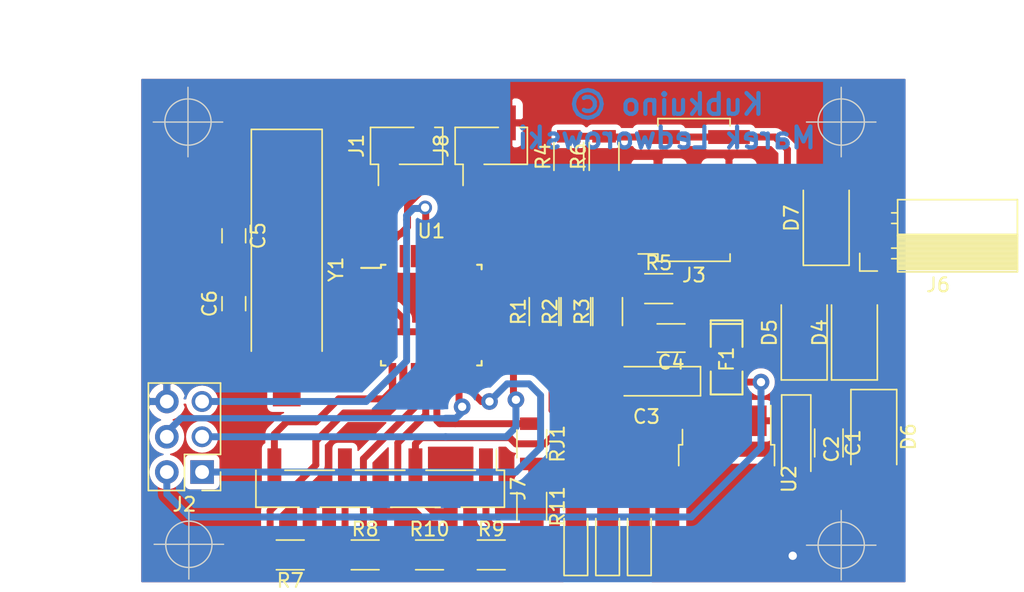
<source format=kicad_pcb>
(kicad_pcb (version 20170922) (host pcbnew "(2017-11-09 revision 87d06e526)-makepkg")
  (title_block (title Kubkuino) (rev 1.00) (company "Marek Ledworowski"))
  (layers (0 F.Cu signal) (31 B.Cu signal) (34 B.Paste user) (35 F.Paste user) (36 B.SilkS user) (37 F.SilkS user) (38 B.Mask user) (39 F.Mask user) (44 Edge.Cuts user))
  (net 0 "")
  (net 1 "Net-(C1-Pad1)")
  (net 2 GND)
  (net 3 5V)
  (net 4 xtal1)
  (net 5 xtal2)
  (net 6 "Net-(D1-Pad2)")
  (net 7 "Net-(D2-Pad2)")
  (net 8 "Net-(J1-Pad1)")
  (net 9 Reset)
  (net 10 SDA)
  (net 11 SCL)
  (net 12 Button)
  (net 13 Btx)
  (net 14 Brx)
  (net 15 "Net-(R1-Pad2)")
  (net 16 "Net-(R2-Pad2)")
  (net 17 "Net-(R3-Pad2)")
  (net 18 "Net-(D3-Pad2)")
  (net 19 "Net-(D4-Pad2)")
  (net 20 "Net-(D5-Pad2)")
  (net 21 "Net-(J2-Pad1)")
  (net 22 BtConn)
  (net 23 "Net-(J2-Pad4)")
  (net 24 "Net-(J2-Pad3)")
  (net 25 BTkey)
  (net 26 "Net-(J7-Pad5)")
  (net 27 BTen)
  (net 28 "Net-(J7-Pad6)")
  (net 29 "Net-(J7-Pad1)")
  (net 30 "Net-(R10-Pad2)")
  (net 31 "Net-(R11-Pad1)")
  (net 32 5V_unfused)
  (net 33 "Net-(J6-Pad2)")
  (net 34 "Net-(J6-Pad1)")
  (net 35 "Net-(U1-Pad14)")
  (module Diodes_SMD:D_SMA (layer F.Cu) (at 99.06 31.115 90)
    (fp_text reference D7 (at 0 -2.5 90) (layer F.SilkS))
    (fp_text value 1N4007)
    (pad 1 smd rect (at -2 0 90) (size 2 1.8) (layers F.Cu F.Paste F.Mask) (net 20 "Net-(D5-Pad2)"))
    (pad 2 smd rect (at 2 0 90) (size 2 1.8) (layers F.Cu F.Paste F.Mask) (net 2 GND))
  )
  (module Capacitors_SMD:C_1206 (layer F.Cu) (at 99.2505 47.3075 270)
    (fp_text reference C1 (at 0 -1.75 270) (layer F.SilkS))
    (fp_text value 100nF)
    (pad 1 smd rect (at -1.5 0 270) (size 1 1.6) (layers F.Cu F.Paste F.Mask) (net 1 "Net-(C1-Pad1)"))
    (pad 2 smd rect (at 1.5 0 270) (size 1 1.6) (layers F.Cu F.Paste F.Mask) (net 2 GND))
  )
  (module Capacitors_Tantalum_SMD:CP_Tantalum_Case-A_EIA-3216-18_Hand (layer F.Cu) (at 96.901 47.752 270)
    (fp_text reference C2 (at 0 -2.55 270) (layer F.SilkS))
    (fp_text value 1uF)
    (pad 1 smd rect (at -2 0 270) (size 2.5 1.5) (layers F.Cu F.Paste F.Mask) (net 1 "Net-(C1-Pad1)"))
    (pad 2 smd rect (at 2 0 270) (size 2.5 1.5) (layers F.Cu F.Paste F.Mask) (net 2 GND))
  )
  (module Capacitors_Tantalum_SMD:CP_Tantalum_Case-A_EIA-3216-18_Hand (layer F.Cu) (at 86.106 42.8625 180)
    (fp_text reference C3 (at 0 -2.55 180) (layer F.SilkS))
    (fp_text value 1uF)
    (pad 1 smd rect (at -2 0 180) (size 3.2 1.5) (layers F.Cu F.Paste F.Mask) (net 32 5V_unfused))
    (pad 2 smd rect (at 2 0 180) (size 3.2 1.5) (layers F.Cu F.Paste F.Mask) (net 2 GND))
  )
  (module Capacitors_SMD:C_1206 (layer F.Cu) (at 87.884 39.751 180)
    (fp_text reference C4 (at 0 -1.75 180) (layer F.SilkS))
    (fp_text value 100nF)
    (pad 1 smd rect (at -1.5 0 180) (size 1 1.6) (layers F.Cu F.Paste F.Mask) (net 32 5V_unfused))
    (pad 2 smd rect (at 1.5 0 180) (size 1 1.6) (layers F.Cu F.Paste F.Mask) (net 2 GND))
  )
  (module Capacitors_SMD:C_0805_HandSoldering (layer F.Cu) (at 56.388 32.385 270)
    (fp_text reference C5 (at 0 -1.75 270) (layer F.SilkS))
    (fp_text value 22pF)
    (pad 1 smd rect (at -1.25 0 270) (size 1.5 1.25) (layers F.Cu F.Paste F.Mask) (net 4 xtal1))
    (pad 2 smd rect (at 1.25 0 270) (size 1.5 1.25) (layers F.Cu F.Paste F.Mask) (net 2 GND))
  )
  (module Capacitors_SMD:C_0805_HandSoldering (layer F.Cu) (at 56.388 37.2745 90)
    (fp_text reference C6 (at 0 -1.75 90) (layer F.SilkS))
    (fp_text value 22pF)
    (pad 1 smd rect (at -1.25 0 90) (size 1.5 1.25) (layers F.Cu F.Paste F.Mask) (net 5 xtal2))
    (pad 2 smd rect (at 1.25 0 90) (size 1.5 1.25) (layers F.Cu F.Paste F.Mask) (net 2 GND))
  )
  (module Diodes_SMD:D_SMA (layer F.Cu) (at 101.092 39.37 90)
    (fp_text reference D4 (at 0 -2.5 90) (layer F.SilkS))
    (fp_text value 1N4007)
    (pad 1 smd rect (at -2 0 90) (size 2 1.8) (layers F.Cu F.Paste F.Mask) (net 1 "Net-(C1-Pad1)"))
    (pad 2 smd rect (at 2 0 90) (size 2 1.8) (layers F.Cu F.Paste F.Mask) (net 19 "Net-(D4-Pad2)"))
  )
  (module Diodes_SMD:D_SMA (layer F.Cu) (at 97.4725 39.37 90)
    (fp_text reference D5 (at 0 -2.5 90) (layer F.SilkS))
    (fp_text value 1N4007)
    (pad 1 smd rect (at -2 0 90) (size 2 1.8) (layers F.Cu F.Paste F.Mask) (net 1 "Net-(C1-Pad1)"))
    (pad 2 smd rect (at 2 0 90) (size 2 1.8) (layers F.Cu F.Paste F.Mask) (net 20 "Net-(D5-Pad2)"))
  )
  (module Diodes_SMD:D_SMA (layer F.Cu) (at 102.489 46.863 270)
    (fp_text reference D6 (at 0 -2.5 270) (layer F.SilkS))
    (fp_text value 1N4007)
    (pad 1 smd rect (at -2 0 270) (size 2 1.8) (layers F.Cu F.Paste F.Mask) (net 19 "Net-(D4-Pad2)"))
    (pad 2 smd rect (at 2 0 270) (size 2 1.8) (layers F.Cu F.Paste F.Mask) (net 2 GND))
  )
  (module LEDs:LED_1206 (layer F.Cu) (at 81.026 54.356 90)
    (fp_text reference D1)
    (fp_text value LED_R)
    (pad 2 smd rect (at 1.65 0 270) (size 1.5 1.5) (layers F.Cu F.Paste F.Mask) (net 6 "Net-(D1-Pad2)"))
    (pad 1 smd rect (at -1.65 0 270) (size 1.5 1.5) (layers F.Cu F.Paste F.Mask) (net 2 GND))
  )
  (module LEDs:LED_1206 (layer F.Cu) (at 83.312 54.356 90)
    (fp_text reference D2)
    (fp_text value LED_G)
    (pad 2 smd rect (at 1.65 0 270) (size 1.5 1.5) (layers F.Cu F.Paste F.Mask) (net 7 "Net-(D2-Pad2)"))
    (pad 1 smd rect (at -1.65 0 270) (size 1.5 1.5) (layers F.Cu F.Paste F.Mask) (net 2 GND))
  )
  (module LEDs:LED_1206 (layer F.Cu) (at 85.598 54.356 90)
    (fp_text reference D3)
    (fp_text value LED_B)
    (pad 2 smd rect (at 1.65 0 270) (size 1.5 1.5) (layers F.Cu F.Paste F.Mask) (net 18 "Net-(D3-Pad2)"))
    (pad 1 smd rect (at -1.65 0 270) (size 1.5 1.5) (layers F.Cu F.Paste F.Mask) (net 2 GND))
  )
  (module Pin_Headers:Pin_Header_Straight_1x02_Pitch2.54mm_SMD_Pin1Left (layer F.Cu) (at 68.834 25.908 90)
    (fp_text reference J1 (at 0 -3.6 90) (layer F.SilkS))
    (fp_text value Piezo)
    (pad 1 smd rect (at -1.655 -1.27 90) (size 2.51 1) (layers F.Cu F.Paste F.Mask) (net 8 "Net-(J1-Pad1)"))
    (pad 2 smd rect (at 1.655 1.27 90) (size 2.51 1) (layers F.Cu F.Paste F.Mask) (net 2 GND))
  )
  (module Pin_Headers:Pin_Header_Straight_1x02_Pitch2.54mm_SMD_Pin1Left (layer F.Cu) (at 74.93 25.908 90)
    (fp_text reference J8 (at 0 -3.6 90) (layer F.SilkS))
    (fp_text value Button)
    (pad 1 smd rect (at -1.655 -1.27 90) (size 2.51 1) (layers F.Cu F.Paste F.Mask) (net 12 Button))
    (pad 2 smd rect (at 1.655 1.27 90) (size 2.51 1) (layers F.Cu F.Paste F.Mask) (net 2 GND))
  )
  (module Resistors_SMD:R_1206 (layer F.Cu) (at 78.74 37.846 90)
    (fp_text reference R1 (at 0 -1.85 90) (layer F.SilkS))
    (fp_text value 220)
    (pad 1 smd rect (at -1.45 0 90) (size 0.9 1.7) (layers F.Cu F.Paste F.Mask) (net 6 "Net-(D1-Pad2)"))
    (pad 2 smd rect (at 1.45 0 90) (size 0.9 1.7) (layers F.Cu F.Paste F.Mask) (net 15 "Net-(R1-Pad2)"))
  )
  (module Resistors_SMD:R_1206 (layer F.Cu) (at 81.026 37.846 90)
    (fp_text reference R2 (at 0 -1.85 90) (layer F.SilkS))
    (fp_text value 220)
    (pad 1 smd rect (at -1.45 0 90) (size 0.9 1.7) (layers F.Cu F.Paste F.Mask) (net 7 "Net-(D2-Pad2)"))
    (pad 2 smd rect (at 1.45 0 90) (size 0.9 1.7) (layers F.Cu F.Paste F.Mask) (net 16 "Net-(R2-Pad2)"))
  )
  (module Resistors_SMD:R_1206 (layer F.Cu) (at 83.312 37.846 90)
    (fp_text reference R3 (at 0 -1.85 90) (layer F.SilkS))
    (fp_text value 220)
    (pad 1 smd rect (at -1.45 0 90) (size 0.9 1.7) (layers F.Cu F.Paste F.Mask) (net 18 "Net-(D3-Pad2)"))
    (pad 2 smd rect (at 1.45 0 90) (size 0.9 1.7) (layers F.Cu F.Paste F.Mask) (net 17 "Net-(R3-Pad2)"))
  )
  (module Resistors_SMD:R_1206 (layer F.Cu) (at 80.518 26.67 90)
    (fp_text reference R4 (at 0 -1.85 90) (layer F.SilkS))
    (fp_text value 1k)
    (pad 1 smd rect (at -1.45 0 90) (size 0.9 1.7) (layers F.Cu F.Paste F.Mask) (net 12 Button))
    (pad 2 smd rect (at 1.45 0 90) (size 0.9 1.7) (layers F.Cu F.Paste F.Mask) (net 3 5V))
  )
  (module Resistors_SMD:R_1206 (layer F.Cu) (at 86.995 36.195)
    (fp_text reference R5 (at 0 -1.85) (layer F.SilkS))
    (fp_text value 4k7)
    (pad 1 smd rect (at -1.45 0) (size 0.9 1.7) (layers F.Cu F.Paste F.Mask) (net 10 SDA))
    (pad 2 smd rect (at 1.45 0) (size 0.9 1.7) (layers F.Cu F.Paste F.Mask) (net 3 5V))
  )
  (module Resistors_SMD:R_1206 (layer F.Cu) (at 83.058 26.67 90)
    (fp_text reference R6 (at 0 -1.85 90) (layer F.SilkS))
    (fp_text value 4k7)
    (pad 1 smd rect (at -1.45 0 90) (size 0.9 1.7) (layers F.Cu F.Paste F.Mask) (net 11 SCL))
    (pad 2 smd rect (at 1.45 0 90) (size 0.9 1.7) (layers F.Cu F.Paste F.Mask) (net 3 5V))
  )
  (module Housings_QFP:TQFP-32_7x7mm_Pitch0.8mm (layer F.Cu) (at 70.612 38.1)
    (fp_text reference U1 (at 0 -6.05) (layer F.SilkS))
    (fp_text value ATMEGA328P-AU)
    (pad 1 smd rect (at -4.25 -2.8) (size 1.6 0.55) (layers F.Cu F.Paste F.Mask) (net 8 "Net-(J1-Pad1)"))
    (pad 2 smd rect (at -4.25 -2) (size 1.6 0.55) (layers F.Cu F.Paste F.Mask))
    (pad 3 smd rect (at -4.25 -1.2) (size 1.6 0.55) (layers F.Cu F.Paste F.Mask) (net 2 GND))
    (pad 4 smd rect (at -4.25 -0.4) (size 1.6 0.55) (layers F.Cu F.Paste F.Mask) (net 3 5V))
    (pad 5 smd rect (at -4.25 0.4) (size 1.6 0.55) (layers F.Cu F.Paste F.Mask) (net 2 GND))
    (pad 6 smd rect (at -4.25 1.2) (size 1.6 0.55) (layers F.Cu F.Paste F.Mask) (net 3 5V))
    (pad 7 smd rect (at -4.25 2) (size 1.6 0.55) (layers F.Cu F.Paste F.Mask) (net 4 xtal1))
    (pad 8 smd rect (at -4.25 2.8) (size 1.6 0.55) (layers F.Cu F.Paste F.Mask) (net 5 xtal2))
    (pad 9 smd rect (at -2.8 4.25 90) (size 1.6 0.55) (layers F.Cu F.Paste F.Mask) (net 22 BtConn))
    (pad 10 smd rect (at -2 4.25 90) (size 1.6 0.55) (layers F.Cu F.Paste F.Mask) (net 14 Brx))
    (pad 11 smd rect (at -1.2 4.25 90) (size 1.6 0.55) (layers F.Cu F.Paste F.Mask) (net 13 Btx))
    (pad 12 smd rect (at -0.4 4.25 90) (size 1.6 0.55) (layers F.Cu F.Paste F.Mask) (net 27 BTen))
    (pad 13 smd rect (at 0.4 4.25 90) (size 1.6 0.55) (layers F.Cu F.Paste F.Mask) (net 25 BTkey))
    (pad 14 smd rect (at 1.2 4.25 90) (size 1.6 0.55) (layers F.Cu F.Paste F.Mask) (net 35 "Net-(U1-Pad14)"))
    (pad 15 smd rect (at 2 4.25 90) (size 1.6 0.55) (layers F.Cu F.Paste F.Mask) (net 23 "Net-(J2-Pad4)"))
    (pad 16 smd rect (at 2.8 4.25 90) (size 1.6 0.55) (layers F.Cu F.Paste F.Mask) (net 21 "Net-(J2-Pad1)"))
    (pad 17 smd rect (at 4.25 2.8) (size 1.6 0.55) (layers F.Cu F.Paste F.Mask) (net 24 "Net-(J2-Pad3)"))
    (pad 18 smd rect (at 4.25 2) (size 1.6 0.55) (layers F.Cu F.Paste F.Mask) (net 3 5V))
    (pad 19 smd rect (at 4.25 1.2) (size 1.6 0.55) (layers F.Cu F.Paste F.Mask))
    (pad 20 smd rect (at 4.25 0.4) (size 1.6 0.55) (layers F.Cu F.Paste F.Mask))
    (pad 21 smd rect (at 4.25 -0.4) (size 1.6 0.55) (layers F.Cu F.Paste F.Mask) (net 2 GND))
    (pad 22 smd rect (at 4.25 -1.2) (size 1.6 0.55) (layers F.Cu F.Paste F.Mask))
    (pad 23 smd rect (at 4.25 -2) (size 1.6 0.55) (layers F.Cu F.Paste F.Mask))
    (pad 24 smd rect (at 4.25 -2.8) (size 1.6 0.55) (layers F.Cu F.Paste F.Mask) (net 15 "Net-(R1-Pad2)"))
    (pad 25 smd rect (at 2.8 -4.25 90) (size 1.6 0.55) (layers F.Cu F.Paste F.Mask) (net 16 "Net-(R2-Pad2)"))
    (pad 26 smd rect (at 2 -4.25 90) (size 1.6 0.55) (layers F.Cu F.Paste F.Mask) (net 17 "Net-(R3-Pad2)"))
    (pad 27 smd rect (at 1.2 -4.25 90) (size 1.6 0.55) (layers F.Cu F.Paste F.Mask) (net 10 SDA))
    (pad 28 smd rect (at 0.4 -4.25 90) (size 1.6 0.55) (layers F.Cu F.Paste F.Mask) (net 11 SCL))
    (pad 29 smd rect (at -0.4 -4.25 90) (size 1.6 0.55) (layers F.Cu F.Paste F.Mask) (net 9 Reset))
    (pad 30 smd rect (at -1.2 -4.25 90) (size 1.6 0.55) (layers F.Cu F.Paste F.Mask))
    (pad 31 smd rect (at -2 -4.25 90) (size 1.6 0.55) (layers F.Cu F.Paste F.Mask))
    (pad 32 smd rect (at -2.8 -4.25 90) (size 1.6 0.55) (layers F.Cu F.Paste F.Mask) (net 12 Button))
  )
  (module Crystals:Crystal_SMD_HC49-SD_HandSoldering (layer F.Cu) (at 60.198 34.798 270)
    (fp_text reference Y1 (at 0 -3.55 270) (layer F.SilkS))
    (fp_text value Crystal)
    (pad 1 smd rect (at -5.9375 0 270) (size 7.875 2) (layers F.Cu F.Paste F.Mask) (net 4 xtal1))
    (pad 2 smd rect (at 5.9375 0 270) (size 7.875 2) (layers F.Cu F.Paste F.Mask) (net 5 xtal2))
  )
  (module Socket_Strips:Socket_Strip_Angled_1x02_Pitch2.54mm (layer F.Cu) (at 102.743 33.655 180)
    (fp_text reference J6 (at -4.38 -2.27 180) (layer F.SilkS))
    (fp_text value "AC/DC In (12V)")
    (pad 2 smd rect (at 0 2.54 180) (size 2.5 1.7) (layers F.Cu F.Paste F.Mask) (net 33 "Net-(J6-Pad2)"))
    (pad 1 smd rect (at 0 0 180) (size 2.5 1.7) (layers F.Cu F.Paste F.Mask) (net 34 "Net-(J6-Pad1)"))
  )
  (module SMD_Packages:SMD-1206_Pol (layer F.Cu) (at 91.8845 41.275 270)
    (fp_text reference F1 (at 0 0 270) (layer F.SilkS))
    (fp_text value "500mA 6V")
    (pad 2 smd rect (at 1.651 0 270) (size 1.524 2.032) (layers F.Cu F.Paste F.Mask) (net 32 5V_unfused))
    (pad 1 smd rect (at -1.651 0 270) (size 1.524 2.032) (layers F.Cu F.Paste F.Mask) (net 3 5V))
  )
  (module Socket_Strips:Socket_Strip_Straight_2x04_Pitch2.54mm_SMD (layer F.Cu) (at 89.535 29.083 180)
    (fp_text reference J3 (at 0 -6.14 180) (layer F.SilkS))
    (fp_text value I2C)
    (pad 8 smd rect (at -2.52 3.81 180) (size 3 1) (layers F.Cu F.Paste F.Mask) (net 3 5V))
    (pad 7 smd rect (at 2.52 3.81 180) (size 3 1) (layers F.Cu F.Paste F.Mask) (net 3 5V))
    (pad 6 smd rect (at -2.52 1.27 180) (size 3 1) (layers F.Cu F.Paste F.Mask) (net 2 GND))
    (pad 5 smd rect (at 2.52 1.27 180) (size 3 1) (layers F.Cu F.Paste F.Mask) (net 2 GND))
    (pad 4 smd rect (at -2.52 -1.27 180) (size 3 1) (layers F.Cu F.Paste F.Mask) (net 11 SCL))
    (pad 3 smd rect (at 2.52 -1.27 180) (size 3 1) (layers F.Cu F.Paste F.Mask) (net 11 SCL))
    (pad 2 smd rect (at -2.52 -3.81 180) (size 3 1) (layers F.Cu F.Paste F.Mask) (net 10 SDA))
    (pad 1 smd rect (at 2.52 -3.81 180) (size 3 1) (layers F.Cu F.Paste F.Mask) (net 10 SDA))
  )
  (module TO_SOT_Packages_SMD:TO-252-2 (layer F.Cu) (at 91.8845 49.911 270)
    (fp_text reference U2 (at 0 -4.5 270) (layer F.SilkS))
    (fp_text value LM7805_TO220)
    (pad 2 smd rect (at 0.425 1.525 270) (size 3.05 2.75) (layers F.Cu F.Paste) (net 2 GND))
    (pad 2 smd rect (at 3.775 -1.525 270) (size 3.05 2.75) (layers F.Cu F.Paste) (net 2 GND))
    (pad 2 smd rect (at 0.425 -1.525 270) (size 3.05 2.75) (layers F.Cu F.Paste) (net 2 GND))
    (pad 2 smd rect (at 3.775 1.525 270) (size 3.05 2.75) (layers F.Cu F.Paste) (net 2 GND))
    (pad 2 smd rect (at 2.1 0 270) (size 6.4 5.8) (layers F.Cu F.Mask) (net 2 GND))
    (pad 3 smd rect (at -4.2 2.28 270) (size 2.2 1.2) (layers F.Cu F.Paste F.Mask) (net 32 5V_unfused))
    (pad 1 smd rect (at -4.2 -2.28 270) (size 2.2 1.2) (layers F.Cu F.Paste F.Mask) (net 1 "Net-(C1-Pad1)"))
  )
  (module Pin_Headers:Pin_Header_Straight_2x03_Pitch2.54mm (layer F.Cu) (at 54.102 49.403 180)
    (fp_text reference J2 (at 1.27 -2.33 180) (layer F.SilkS))
    (fp_text value ICSP)
    (pad 6 thru_hole oval (at 2.54 5.08 180) (size 1.7 1.7) (drill 1) (layers *.Cu *.Mask) (net 2 GND))
    (pad 5 thru_hole oval (at 0 5.08 180) (size 1.5 1.5) (drill 1) (layers *.Cu *.Mask) (net 9 Reset))
    (pad 4 thru_hole oval (at 2.54 2.54 180) (size 1.7 1.7) (drill 1) (layers *.Cu *.Mask) (net 23 "Net-(J2-Pad4)"))
    (pad 3 thru_hole oval (at 0 2.54 180) (size 1.5 1.5) (drill 1) (layers *.Cu *.Mask) (net 24 "Net-(J2-Pad3)"))
    (pad 2 thru_hole oval (at 2.54 0 180) (size 1.7 1.7) (drill 1) (layers *.Cu *.Mask) (net 32 5V_unfused))
    (pad 1 thru_hole rect (at 0 0 180) (size 1.7 1.7) (drill 1) (layers *.Cu *.Mask) (net 21 "Net-(J2-Pad1)"))
  )
  (module Pin_Headers:Pin_Header_Straight_1x07_Pitch2.54mm_SMD_Pin1Left (layer F.Cu) (at 66.929 50.6095 270)
    (fp_text reference J7 (at 0 -9.95 270) (layer F.SilkS))
    (fp_text value Bluetooth)
    (pad 6 smd rect (at 1.655 5.08 270) (size 2.51 1) (layers F.Cu F.Paste F.Mask) (net 28 "Net-(J7-Pad6)"))
    (pad 4 smd rect (at 1.655 0 270) (size 2.51 1) (layers F.Cu F.Paste F.Mask) (net 2 GND))
    (pad 2 smd rect (at 1.655 -5.08 270) (size 2.51 1) (layers F.Cu F.Paste F.Mask) (net 27 BTen))
    (pad 7 smd rect (at -1.655 7.62 270) (size 2.51 1) (layers F.Cu F.Paste F.Mask) (net 22 BtConn))
    (pad 5 smd rect (at -1.655 2.54 270) (size 2.51 1) (layers F.Cu F.Paste F.Mask) (net 26 "Net-(J7-Pad5)"))
    (pad 3 smd rect (at -1.655 -2.54 270) (size 2.51 1) (layers F.Cu F.Paste F.Mask) (net 3 5V))
    (pad 1 smd rect (at -1.655 -7.62 270) (size 2.51 1) (layers F.Cu F.Paste F.Mask) (net 29 "Net-(J7-Pad1)"))
  )
  (module Resistors_SMD:R_1206 (layer F.Cu) (at 60.452 55.372 180)
    (fp_text reference R7 (at 0 -1.85 180) (layer F.SilkS))
    (fp_text value 4k7)
    (pad 1 smd rect (at -1.45 0 180) (size 0.9 1.7) (layers F.Cu F.Paste F.Mask) (net 28 "Net-(J7-Pad6)"))
    (pad 2 smd rect (at 1.45 0 180) (size 0.9 1.7) (layers F.Cu F.Paste F.Mask) (net 14 Brx))
  )
  (module Resistors_SMD:R_1206 (layer F.Cu) (at 65.8495 55.372)
    (fp_text reference R8 (at 0 -1.85) (layer F.SilkS))
    (fp_text value 4k7)
    (pad 2 smd rect (at 1.45 0) (size 0.9 1.7) (layers F.Cu F.Paste F.Mask) (net 13 Btx))
    (pad 1 smd rect (at -1.45 0) (size 0.9 1.7) (layers F.Cu F.Paste F.Mask) (net 26 "Net-(J7-Pad5)"))
  )
  (module Resistors_SMD:R_1206 (layer F.Cu) (at 74.93 55.372)
    (fp_text reference R9 (at 0 -1.85) (layer F.SilkS))
    (fp_text value 4k7)
    (pad 1 smd rect (at -1.45 0) (size 0.9 1.7) (layers F.Cu F.Paste F.Mask) (net 30 "Net-(R10-Pad2)"))
    (pad 2 smd rect (at 1.45 0) (size 0.9 1.7) (layers F.Cu F.Paste F.Mask) (net 29 "Net-(J7-Pad1)"))
  )
  (module Resistors_SMD:R_1206 (layer F.Cu) (at 70.485 55.372)
    (fp_text reference R10 (at 0 -1.85) (layer F.SilkS))
    (fp_text value 4k7)
    (pad 2 smd rect (at 1.45 0) (size 0.9 1.7) (layers F.Cu F.Paste F.Mask) (net 30 "Net-(R10-Pad2)"))
    (pad 1 smd rect (at -1.45 0) (size 0.9 1.7) (layers F.Cu F.Paste F.Mask) (net 2 GND))
  )
  (module Resistors_SMD:R_1206 (layer F.Cu) (at 77.851 51.8795 270)
    (fp_text reference R11 (at 0 -1.85 270) (layer F.SilkS))
    (fp_text value 4k7)
    (pad 2 smd rect (at 1.45 0 270) (size 0.9 1.7) (layers F.Cu F.Paste F.Mask) (net 29 "Net-(J7-Pad1)"))
    (pad 1 smd rect (at -1.45 0 270) (size 0.9 1.7) (layers F.Cu F.Paste F.Mask) (net 31 "Net-(R11-Pad1)"))
  )
  (module Resistors_SMD:R_1206 (layer F.Cu) (at 77.851 47.371 270)
    (fp_text reference RJ1 (at 0 -1.85 270) (layer F.SilkS))
    (fp_text value 0)
    (pad 2 smd rect (at 1.45 0 270) (size 0.9 1.7) (layers F.Cu F.Paste F.Mask) (net 31 "Net-(R11-Pad1)"))
    (pad 1 smd rect (at -1.45 0 270) (size 0.9 1.7) (layers F.Cu F.Paste F.Mask) (net 25 BTkey))
  )
  (target plus (at 100.1395 24.1935) (size 5) (width 0.1) (layer Edge.Cuts))
  (target plus (at 100.1395 54.6735) (size 5) (width 0.1) (layer Edge.Cuts))
  (target plus (at 53.1495 54.61) (size 5) (width 0.1) (layer Edge.Cuts))
  (target plus (at 53.086 24.1935) (size 5) (width 0.1) (layer Edge.Cuts))
  (gr_text "Kubkuino ©\nMarek Ledworowski" (at 87.5665 24.13) (layer B.Cu) (effects (font (size 1.5 1.5) (thickness 0.3)) (justify mirror)))
  (segment (start 97.4725 41.37) (end 101.092 41.37) (width 0.5) (layer F.Cu) (net 1))
  (segment (start 97.4725 41.37) (end 97.4725 45.1805) (width 0.5) (layer F.Cu) (net 1))
  (segment (start 97.4725 45.1805) (end 96.901 45.752) (width 0.5) (layer F.Cu) (net 1))
  (segment (start 96.901 41.751) (end 97.282 41.37) (width 0.5) (layer F.Cu) (net 1))
  (segment (start 99.2505 45.8075) (end 96.9565 45.8075) (width 0.5) (layer F.Cu) (net 1))
  (segment (start 96.9565 45.8075) (end 96.901 45.752) (width 0.5) (layer F.Cu) (net 1))
  (segment (start 94.1645 45.711) (end 96.86 45.711) (width 0.5) (layer F.Cu) (net 1))
  (segment (start 96.86 45.711) (end 96.901 45.752) (width 0.5) (layer F.Cu) (net 1))
  (segment (start 84.106 42.8625) (end 84.106 40.8112) (width 0.5) (layer F.Cu) (net 2))
  (segment (start 85.1662 39.751) (end 86.384 39.751) (width 0.5) (layer F.Cu) (net 2))
  (segment (start 84.106 40.8112) (end 85.1662 39.751) (width 0.5) (layer F.Cu) (net 2))
  (segment (start 91.439 56.006) (end 96.0765 56.006) (width 0.5) (layer F.Cu) (net 2))
  (via (at 96.647 55.4355) (size 1.2) (drill 0.6) (layers F.Cu B.Cu) (net 2))
  (segment (start 96.0765 56.006) (end 96.647 55.4355) (width 0.5) (layer F.Cu) (net 2))
  (segment (start 91.8845 52.011) (end 97.1595 52.011) (width 0.5) (layer F.Cu) (net 2))
  (segment (start 96.901 51.7525) (end 96.901 49.752) (width 0.5) (layer F.Cu) (net 2))
  (segment (start 97.1595 52.011) (end 96.901 51.7525) (width 0.5) (layer F.Cu) (net 2))
  (segment (start 102.489 48.863) (end 99.306 48.863) (width 0.5) (layer F.Cu) (net 2))
  (segment (start 99.306 48.863) (end 99.2505 48.8075) (width 0.5) (layer F.Cu) (net 2))
  (segment (start 96.901 49.752) (end 97.2505 49.752) (width 0.5) (layer F.Cu) (net 2))
  (segment (start 97.2505 49.752) (end 98.195 48.8075) (width 0.5) (layer F.Cu) (net 2))
  (segment (start 98.195 48.8075) (end 99.2505 48.8075) (width 0.5) (layer F.Cu) (net 2))
  (segment (start 84.106 42.958) (end 87.249 46.101) (width 0.5) (layer F.Cu) (net 2))
  (segment (start 87.249 46.101) (end 87.249 49.9745) (width 0.5) (layer F.Cu) (net 2))
  (segment (start 87.249 49.9745) (end 87.6105 50.336) (width 0.5) (layer F.Cu) (net 2))
  (segment (start 87.6105 50.336) (end 90.3595 50.336) (width 0.5) (layer F.Cu) (net 2))
  (segment (start 91.439 52.4565) (end 91.439 56.006) (width 0.5) (layer F.Cu) (net 2))
  (segment (start 91.439 56.006) (end 85.598 56.006) (width 0.5) (layer F.Cu) (net 2))
  (segment (start 91.439 52.4565) (end 91.8845 52.011) (width 0.5) (layer F.Cu) (net 2))
  (segment (start 66.929 52.2645) (end 68.1395 52.2645) (width 0.5) (layer F.Cu) (net 2))
  (segment (start 69.035 53.16) (end 69.035 55.372) (width 0.5) (layer F.Cu) (net 2))
  (segment (start 68.1395 52.2645) (end 69.035 53.16) (width 0.5) (layer F.Cu) (net 2))
  (segment (start 56.388 33.635) (end 56.388 36.0245) (width 0.5) (layer F.Cu) (net 2))
  (segment (start 85.598 56.006) (end 83.312 56.006) (width 0.5) (layer F.Cu) (net 2))
  (segment (start 81.026 56.006) (end 83.312 56.006) (width 0.5) (layer F.Cu) (net 2))
  (segment (start 76.2 24.253) (end 77.593 24.253) (width 0.5) (layer F.Cu) (net 2))
  (segment (start 86.868 26.8605) (end 86.868 27.666) (width 0.5) (layer F.Cu) (net 2))
  (segment (start 86.6775 26.67) (end 86.868 26.8605) (width 0.5) (layer F.Cu) (net 2))
  (segment (start 78.9305 26.67) (end 86.6775 26.67) (width 0.5) (layer F.Cu) (net 2))
  (segment (start 78.232 25.9715) (end 78.9305 26.67) (width 0.5) (layer F.Cu) (net 2))
  (segment (start 78.232 24.892) (end 78.232 25.9715) (width 0.5) (layer F.Cu) (net 2))
  (segment (start 77.593 24.253) (end 78.232 24.892) (width 0.5) (layer F.Cu) (net 2))
  (segment (start 86.868 27.666) (end 87.015 27.813) (width 0.5) (layer F.Cu) (net 2))
  (segment (start 70.104 24.253) (end 76.2 24.253) (width 0.5) (layer F.Cu) (net 2))
  (segment (start 92.055 27.813) (end 87.015 27.813) (width 0.5) (layer F.Cu) (net 2))
  (segment (start 66.362 36.9) (end 70.301 36.9) (width 0.5) (layer F.Cu) (net 2))
  (segment (start 71.101 37.7) (end 74.862 37.7) (width 0.5) (layer F.Cu) (net 2))
  (segment (start 70.301 36.9) (end 71.101 37.7) (width 0.5) (layer F.Cu) (net 2))
  (segment (start 66.362 38.5) (end 65.297 38.5) (width 0.5) (layer F.Cu) (net 2))
  (segment (start 65.081 36.9) (end 66.362 36.9) (width 0.5) (layer F.Cu) (net 2))
  (segment (start 64.643 37.338) (end 65.081 36.9) (width 0.5) (layer F.Cu) (net 2))
  (segment (start 64.643 37.846) (end 64.643 37.338) (width 0.5) (layer F.Cu) (net 2))
  (segment (start 65.297 38.5) (end 64.643 37.846) (width 0.5) (layer F.Cu) (net 2))
  (segment (start 69.469 48.9545) (end 69.469 47.371) (width 0.5) (layer F.Cu) (net 3))
  (segment (start 78.0735 41.2115) (end 76.962 40.1) (width 0.5) (layer F.Cu) (net 3))
  (segment (start 78.8035 41.2115) (end 78.0735 41.2115) (width 0.5) (layer F.Cu) (net 3))
  (segment (start 79.3115 41.7195) (end 78.8035 41.2115) (width 0.5) (layer F.Cu) (net 3))
  (segment (start 79.3115 44.958) (end 79.3115 41.7195) (width 0.5) (layer F.Cu) (net 3))
  (segment (start 79.502 45.1485) (end 79.3115 44.958) (width 0.5) (layer F.Cu) (net 3))
  (segment (start 79.502 46.6725) (end 79.502 45.1485) (width 0.5) (layer F.Cu) (net 3))
  (segment (start 78.8035 47.371) (end 79.502 46.6725) (width 0.5) (layer F.Cu) (net 3))
  (segment (start 76.708 47.371) (end 78.8035 47.371) (width 0.5) (layer F.Cu) (net 3))
  (segment (start 76.2635 46.9265) (end 76.708 47.371) (width 0.5) (layer F.Cu) (net 3))
  (segment (start 69.9135 46.9265) (end 76.2635 46.9265) (width 0.5) (layer F.Cu) (net 3))
  (segment (start 69.469 47.371) (end 69.9135 46.9265) (width 0.5) (layer F.Cu) (net 3))
  (segment (start 69.469 48.9545) (end 69.469 48.4505) (width 0.5) (layer F.Cu) (net 3))
  (segment (start 88.445 36.195) (end 88.445 37.846) (width 0.5) (layer F.Cu) (net 3))
  (segment (start 88.4555 37.719) (end 88.4555 37.846) (width 0.5) (layer F.Cu) (net 3))
  (segment (start 88.4555 37.8355) (end 88.4555 37.719) (width 0.5) (layer F.Cu) (net 3))
  (segment (start 88.445 37.846) (end 88.4555 37.8355) (width 0.5) (layer F.Cu) (net 3))
  (segment (start 91.8845 39.624) (end 91.8845 37.846) (width 0.5) (layer F.Cu) (net 3))
  (segment (start 91.8845 37.846) (end 91.8845 38.0365) (width 0.5) (layer F.Cu) (net 3))
  (segment (start 91.8845 38.0365) (end 91.8845 37.846) (width 0.5) (layer F.Cu) (net 3))
  (segment (start 85.979 37.846) (end 88.4555 37.846) (width 0.5) (layer F.Cu) (net 3))
  (segment (start 77.2795 37.846) (end 85.979 37.846) (width 0.5) (layer F.Cu) (net 3))
  (segment (start 76.994 40.1) (end 77.2795 39.8145) (width 0.5) (layer F.Cu) (net 3))
  (segment (start 77.2795 39.8145) (end 77.2795 37.846) (width 0.5) (layer F.Cu) (net 3))
  (segment (start 76.962 40.1) (end 76.994 40.1) (width 0.5) (layer F.Cu) (net 3))
  (segment (start 88.4555 37.846) (end 91.8845 37.846) (width 0.5) (layer F.Cu) (net 3))
  (segment (start 91.8845 37.846) (end 92.837 37.846) (width 0.5) (layer F.Cu) (net 3))
  (segment (start 95.25 25.273) (end 92.055 25.273) (width 0.5) (layer F.Cu) (net 3))
  (segment (start 96.266 34.417) (end 96.266 26.162) (width 0.5) (layer F.Cu) (net 3))
  (segment (start 92.9005 37.7825) (end 96.266 34.417) (width 0.5) (layer F.Cu) (net 3))
  (segment (start 95.377 25.273) (end 96.266 26.162) (width 0.5) (layer F.Cu) (net 3))
  (segment (start 95.25 25.273) (end 95.377 25.273) (width 0.5) (layer F.Cu) (net 3))
  (segment (start 92.837 37.846) (end 92.9005 37.7825) (width 0.5) (layer F.Cu) (net 3))
  (segment (start 76.2 40.1) (end 76.5175 40.1) (width 0.5) (layer F.Cu) (net 3))
  (segment (start 76.5175 40.1) (end 76.962 40.1) (width 0.5) (layer F.Cu) (net 3))
  (segment (start 87.015 25.273) (end 83.111 25.273) (width 0.5) (layer F.Cu) (net 3))
  (segment (start 83.111 25.273) (end 83.058 25.22) (width 0.5) (layer F.Cu) (net 3))
  (segment (start 80.518 25.22) (end 83.058 25.22) (width 0.5) (layer F.Cu) (net 3))
  (segment (start 87.015 25.273) (end 92.055 25.273) (width 0.5) (layer F.Cu) (net 3))
  (segment (start 74.862 40.1) (end 76.2 40.1) (width 0.5) (layer F.Cu) (net 3))
  (segment (start 76.2 40.1) (end 76.168 40.1) (width 0.5) (layer F.Cu) (net 3))
  (segment (start 68.58 39.3) (end 68.58 38.354) (width 0.5) (layer F.Cu) (net 3))
  (segment (start 67.926 37.7) (end 66.362 37.7) (width 0.5) (layer F.Cu) (net 3))
  (segment (start 68.58 38.354) (end 67.926 37.7) (width 0.5) (layer F.Cu) (net 3))
  (segment (start 66.362 39.3) (end 68.58 39.3) (width 0.5) (layer F.Cu) (net 3))
  (segment (start 68.58 39.3) (end 71.05 39.3) (width 0.5) (layer F.Cu) (net 3))
  (segment (start 71.85 40.1) (end 74.862 40.1) (width 0.5) (layer F.Cu) (net 3))
  (segment (start 71.05 39.3) (end 71.85 40.1) (width 0.5) (layer F.Cu) (net 3))
  (segment (start 60.198 33.274) (end 58.6105 33.274) (width 0.5) (layer F.Cu) (net 4))
  (segment (start 57.4875 31.135) (end 56.388 31.135) (width 0.5) (layer F.Cu) (net 4))
  (segment (start 58.1025 31.75) (end 57.4875 31.135) (width 0.5) (layer F.Cu) (net 4))
  (segment (start 58.1025 32.766) (end 58.1025 31.75) (width 0.5) (layer F.Cu) (net 4))
  (segment (start 58.6105 33.274) (end 58.1025 32.766) (width 0.5) (layer F.Cu) (net 4))
  (segment (start 66.362 40.1) (end 63.722 40.1) (width 0.5) (layer F.Cu) (net 4))
  (segment (start 60.198 33.274) (end 60.198 28.8605) (width 0.5) (layer F.Cu) (net 4))
  (segment (start 61.976 35.052) (end 60.198 33.274) (width 0.5) (layer F.Cu) (net 4))
  (segment (start 61.976 38.354) (end 61.976 35.052) (width 0.5) (layer F.Cu) (net 4))
  (segment (start 63.722 40.1) (end 61.976 38.354) (width 0.5) (layer F.Cu) (net 4))
  (segment (start 60.198 40.7355) (end 60.198 36.1315) (width 0.5) (layer F.Cu) (net 5))
  (segment (start 57.551 38.5245) (end 56.388 38.5245) (width 0.5) (layer F.Cu) (net 5))
  (segment (start 57.8485 38.227) (end 57.551 38.5245) (width 0.5) (layer F.Cu) (net 5))
  (segment (start 57.8485 36.3855) (end 57.8485 38.227) (width 0.5) (layer F.Cu) (net 5))
  (segment (start 58.4835 35.7505) (end 57.8485 36.3855) (width 0.5) (layer F.Cu) (net 5))
  (segment (start 59.817 35.7505) (end 58.4835 35.7505) (width 0.5) (layer F.Cu) (net 5))
  (segment (start 60.198 36.1315) (end 59.817 35.7505) (width 0.5) (layer F.Cu) (net 5))
  (segment (start 66.362 40.9) (end 60.3625 40.9) (width 0.5) (layer F.Cu) (net 5))
  (segment (start 60.3625 40.9) (end 60.198 40.7355) (width 0.5) (layer F.Cu) (net 5))
  (segment (start 60.198 40.7355) (end 60.198 39.878) (width 0.5) (layer F.Cu) (net 5))
  (segment (start 78.74 39.296) (end 78.74 40.259) (width 0.5) (layer F.Cu) (net 6))
  (segment (start 81.026 51.054) (end 81.026 52.706) (width 0.5) (layer F.Cu) (net 6))
  (segment (start 81.2165 50.8635) (end 81.026 51.054) (width 0.5) (layer F.Cu) (net 6))
  (segment (start 82.2325 50.8635) (end 81.2165 50.8635) (width 0.5) (layer F.Cu) (net 6))
  (segment (start 83.7565 49.3395) (end 82.2325 50.8635) (width 0.5) (layer F.Cu) (net 6))
  (segment (start 83.7565 46.724002) (end 83.7565 49.3395) (width 0.5) (layer F.Cu) (net 6))
  (segment (start 82.879498 45.847) (end 83.7565 46.724002) (width 0.5) (layer F.Cu) (net 6))
  (segment (start 81.534 45.847) (end 82.879498 45.847) (width 0.5) (layer F.Cu) (net 6))
  (segment (start 80.0735 44.3865) (end 81.534 45.847) (width 0.5) (layer F.Cu) (net 6))
  (segment (start 80.0735 40.767) (end 80.0735 44.3865) (width 0.5) (layer F.Cu) (net 6))
  (segment (start 79.6925 40.386) (end 80.0735 40.767) (width 0.5) (layer F.Cu) (net 6))
  (segment (start 78.867 40.386) (end 79.6925 40.386) (width 0.5) (layer F.Cu) (net 6))
  (segment (start 78.74 40.259) (end 78.867 40.386) (width 0.5) (layer F.Cu) (net 6))
  (segment (start 81.153 52.579) (end 81.026 52.706) (width 0.5) (layer F.Cu) (net 6))
  (segment (start 83.312 52.706) (end 83.312 50.9905) (width 0.5) (layer F.Cu) (net 7))
  (segment (start 81.026 41.275) (end 81.026 39.296) (width 0.5) (layer F.Cu) (net 7))
  (segment (start 80.899 41.402) (end 81.026 41.275) (width 0.5) (layer F.Cu) (net 7))
  (segment (start 80.899 44.1325) (end 80.899 41.402) (width 0.5) (layer F.Cu) (net 7))
  (segment (start 81.788 45.0215) (end 80.899 44.1325) (width 0.5) (layer F.Cu) (net 7))
  (segment (start 83.2485 45.0215) (end 81.788 45.0215) (width 0.5) (layer F.Cu) (net 7))
  (segment (start 84.582 46.355) (end 83.2485 45.0215) (width 0.5) (layer F.Cu) (net 7))
  (segment (start 84.582 49.7205) (end 84.582 46.355) (width 0.5) (layer F.Cu) (net 7))
  (segment (start 83.312 50.9905) (end 84.582 49.7205) (width 0.5) (layer F.Cu) (net 7))
  (segment (start 81.026 39.296) (end 81.026 39.624) (width 0.5) (layer F.Cu) (net 7))
  (segment (start 67.564 27.563) (end 67.564 31.5595) (width 0.5) (layer F.Cu) (net 8))
  (segment (start 64.8335 34.29) (end 67.564 31.5595) (width 0.5) (layer F.Cu) (net 8))
  (segment (start 64.8335 34.29) (end 64.8335 35.3) (width 0.5) (layer F.Cu) (net 8))
  (segment (start 66.362 35.3) (end 64.8335 35.3) (width 0.5) (layer F.Cu) (net 8))
  (segment (start 64.8335 35.3) (end 64.8275 35.3) (width 0.5) (layer F.Cu) (net 8))
  (segment (start 64.8275 35.3) (end 64.8335 35.294) (width 0.5) (layer F.Cu) (net 8))
  (segment (start 70.212 33.85) (end 70.212 30.3975) (width 0.5) (layer F.Cu) (net 9))
  (segment (start 65.913 44.323) (end 68.834 41.402) (width 0.5) (layer B.Cu) (net 9))
  (segment (start 68.834 41.402) (end 68.834 31.242) (width 0.5) (layer B.Cu) (net 9))
  (segment (start 65.913 44.323) (end 54.102 44.323) (width 0.5) (layer B.Cu) (net 9))
  (segment (start 68.834 30.9245) (end 68.834 31.242) (width 0.5) (layer B.Cu) (net 9))
  (segment (start 69.342 30.4165) (end 68.834 30.9245) (width 0.5) (layer B.Cu) (net 9))
  (segment (start 70.104 30.4165) (end 69.342 30.4165) (width 0.5) (layer B.Cu) (net 9))
  (segment (start 70.1675 30.353) (end 70.104 30.4165) (width 0.5) (layer B.Cu) (net 9))
  (via (at 70.1675 30.353) (size 1) (drill 0.6) (layers F.Cu B.Cu) (net 9))
  (segment (start 70.212 30.3975) (end 70.1675 30.353) (width 0.5) (layer F.Cu) (net 9))
  (segment (start 85.545 36.195) (end 85.545 35.507) (width 0.5) (layer F.Cu) (net 10))
  (segment (start 85.545 35.507) (end 84.455 34.417) (width 0.5) (layer F.Cu) (net 10))
  (segment (start 84.455 34.417) (end 84.455 32.893) (width 0.5) (layer F.Cu) (net 10))
  (segment (start 71.812 33.85) (end 71.812 31.82) (width 0.5) (layer F.Cu) (net 10))
  (segment (start 84.455 32.893) (end 87.015 32.893) (width 0.5) (layer F.Cu) (net 10))
  (segment (start 82.931 31.369) (end 84.455 32.893) (width 0.5) (layer F.Cu) (net 10))
  (segment (start 72.263 31.369) (end 82.931 31.369) (width 0.5) (layer F.Cu) (net 10))
  (segment (start 71.812 31.82) (end 72.263 31.369) (width 0.5) (layer F.Cu) (net 10))
  (segment (start 92.055 32.893) (end 87.015 32.893) (width 0.5) (layer F.Cu) (net 10))
  (segment (start 83.058 28.12) (end 83.058 30.353) (width 0.5) (layer F.Cu) (net 11))
  (segment (start 87.015 30.353) (end 83.058 30.353) (width 0.5) (layer F.Cu) (net 11))
  (segment (start 83.058 30.353) (end 79.375 30.353) (width 0.5) (layer F.Cu) (net 11))
  (segment (start 71.012 31.223) (end 71.012 31.369) (width 0.5) (layer F.Cu) (net 11))
  (segment (start 71.882 30.353) (end 79.375 30.353) (width 0.5) (layer F.Cu) (net 11))
  (segment (start 71.012 31.223) (end 71.882 30.353) (width 0.5) (layer F.Cu) (net 11))
  (segment (start 87.015 30.353) (end 92.055 30.353) (width 0.5) (layer F.Cu) (net 11))
  (segment (start 71.012 33.85) (end 71.012 31.369) (width 0.5) (layer F.Cu) (net 11))
  (segment (start 71.012 31.369) (end 71.012 31.35) (width 0.5) (layer F.Cu) (net 11))
  (segment (start 71.374 28.956) (end 70.104 28.956) (width 0.5) (layer F.Cu) (net 12))
  (segment (start 71.374 28.956) (end 71.628 28.956) (width 0.5) (layer F.Cu) (net 12))
  (segment (start 73.66 28.956) (end 71.628 28.956) (width 0.5) (layer F.Cu) (net 12))
  (segment (start 68.3895 32.258) (end 68.8975 31.75) (width 0.5) (layer F.Cu) (net 12))
  (segment (start 68.8975 31.75) (end 68.8975 30.1625) (width 0.5) (layer F.Cu) (net 12))
  (segment (start 68.8975 30.1625) (end 70.104 28.956) (width 0.5) (layer F.Cu) (net 12))
  (segment (start 67.812 32.772) (end 67.812 33.85) (width 0.5) (layer F.Cu) (net 12))
  (segment (start 67.812 32.772) (end 68.326 32.258) (width 0.5) (layer F.Cu) (net 12))
  (segment (start 68.326 32.258) (end 68.3895 32.258) (width 0.5) (layer F.Cu) (net 12))
  (segment (start 80.518 28.12) (end 80.518 28.702) (width 0.5) (layer F.Cu) (net 12))
  (segment (start 80.264 28.956) (end 76.962 28.956) (width 0.5) (layer F.Cu) (net 12))
  (segment (start 80.518 28.702) (end 80.264 28.956) (width 0.5) (layer F.Cu) (net 12))
  (segment (start 73.66 28.956) (end 76.962 28.956) (width 0.5) (layer F.Cu) (net 12))
  (segment (start 76.962 28.956) (end 77.089 28.956) (width 0.5) (layer F.Cu) (net 12))
  (segment (start 77.089 28.956) (end 77.216 28.956) (width 0.5) (layer F.Cu) (net 12))
  (segment (start 73.66 28.956) (end 73.66 27.563) (width 0.5) (layer F.Cu) (net 12))
  (segment (start 65.7225 49.4665) (end 65.7225 48.4505) (width 0.5) (layer F.Cu) (net 13))
  (segment (start 66.2305 55.372) (end 65.7225 54.864) (width 0.5) (layer F.Cu) (net 13))
  (segment (start 65.7225 54.864) (end 65.7225 49.4665) (width 0.5) (layer F.Cu) (net 13))
  (segment (start 67.2995 55.372) (end 66.2305 55.372) (width 0.5) (layer F.Cu) (net 13))
  (segment (start 69.461998 44.711002) (end 69.461998 42.35) (width 0.5) (layer F.Cu) (net 13))
  (segment (start 65.7225 48.4505) (end 69.461998 44.711002) (width 0.5) (layer F.Cu) (net 13))
  (segment (start 69.461998 42.35) (end 69.412 42.35) (width 0.5) (layer F.Cu) (net 13))
  (segment (start 59.002 55.372) (end 59.002 52.1865) (width 0.5) (layer F.Cu) (net 14))
  (segment (start 68.562002 44.086998) (end 68.562002 42.35) (width 0.5) (layer F.Cu) (net 14))
  (segment (start 67.5005 45.1485) (end 68.562002 44.086998) (width 0.5) (layer F.Cu) (net 14))
  (segment (start 64.3255 45.1485) (end 67.5005 45.1485) (width 0.5) (layer F.Cu) (net 14))
  (segment (start 62.2935 47.1805) (end 64.3255 45.1485) (width 0.5) (layer F.Cu) (net 14))
  (segment (start 62.2935 48.895) (end 62.2935 47.1805) (width 0.5) (layer F.Cu) (net 14))
  (segment (start 59.002 52.1865) (end 62.2935 48.895) (width 0.5) (layer F.Cu) (net 14))
  (segment (start 68.562002 42.35) (end 68.612 42.35) (width 0.5) (layer F.Cu) (net 14))
  (segment (start 78.232 32.258) (end 80.01 32.258) (width 0.5) (layer F.Cu) (net 17))
  (segment (start 72.612 33.85) (end 72.612 32.544) (width 0.5) (layer F.Cu) (net 17))
  (segment (start 72.612 32.544) (end 72.898 32.258) (width 0.5) (layer F.Cu) (net 17))
  (segment (start 72.898 32.258) (end 78.232 32.258) (width 0.5) (layer F.Cu) (net 17))
  (segment (start 83.312 35.56) (end 83.312 36.396) (width 0.5) (layer F.Cu) (net 17))
  (segment (start 80.01 32.258) (end 83.312 35.56) (width 0.5) (layer F.Cu) (net 17))
  (segment (start 81.026 39.296) (end 81.026 39.37) (width 0.5) (layer F.Cu) (net 7))
  (segment (start 71.12 33.742) (end 71.012 33.85) (width 0.25) (layer F.Cu) (net 11))
  (segment (start 85.598 46.228) (end 85.598 46.0375) (width 0.5) (layer F.Cu) (net 18))
  (segment (start 83.312 41.021) (end 83.312 39.296) (width 0.5) (layer F.Cu) (net 18))
  (segment (start 83.1215 41.2115) (end 83.312 41.021) (width 0.5) (layer F.Cu) (net 18))
  (segment (start 82.423 41.2115) (end 83.1215 41.2115) (width 0.5) (layer F.Cu) (net 18))
  (segment (start 81.8515 41.783) (end 82.423 41.2115) (width 0.5) (layer F.Cu) (net 18))
  (segment (start 81.8515 43.815) (end 81.8515 41.783) (width 0.5) (layer F.Cu) (net 18))
  (segment (start 82.296 44.2595) (end 81.8515 43.815) (width 0.5) (layer F.Cu) (net 18))
  (segment (start 83.82 44.2595) (end 82.296 44.2595) (width 0.5) (layer F.Cu) (net 18))
  (segment (start 85.598 46.0375) (end 83.82 44.2595) (width 0.5) (layer F.Cu) (net 18))
  (segment (start 85.598 46.355) (end 85.598 46.228) (width 0.5) (layer F.Cu) (net 18))
  (segment (start 85.598 46.228) (end 85.598 52.706) (width 0.5) (layer F.Cu) (net 18))
  (segment (start 101.092 37.37) (end 101.092 34.036) (width 0.5) (layer F.Cu) (net 19))
  (segment (start 101.473 33.655) (end 102.743 33.655) (width 0.5) (layer F.Cu) (net 19))
  (segment (start 101.092 34.036) (end 101.473 33.655) (width 0.5) (layer F.Cu) (net 19))
  (segment (start 102.489 44.863) (end 102.489 43.942) (width 0.5) (layer F.Cu) (net 19))
  (segment (start 102.489 43.942) (end 103.505 42.926) (width 0.5) (layer F.Cu) (net 19))
  (segment (start 102.4575 37.37) (end 101.092 37.37) (width 0.5) (layer F.Cu) (net 19))
  (segment (start 103.505 38.4175) (end 102.4575 37.37) (width 0.5) (layer F.Cu) (net 19))
  (segment (start 103.505 42.926) (end 103.505 38.4175) (width 0.5) (layer F.Cu) (net 19))
  (segment (start 102.489 44.863) (end 102.489 44.831) (width 0.5) (layer F.Cu) (net 19))
  (segment (start 99.06 33.115) (end 99.06 33.909) (width 0.5) (layer F.Cu) (net 20))
  (segment (start 99.06 33.909) (end 97.4725 35.4965) (width 0.5) (layer F.Cu) (net 20))
  (segment (start 97.4725 35.4965) (end 97.4725 37.37) (width 0.5) (layer F.Cu) (net 20))
  (segment (start 102.743 31.115) (end 101.2825 31.115) (width 0.5) (layer F.Cu) (net 20))
  (segment (start 101.2825 31.115) (end 99.2825 33.115) (width 0.5) (layer F.Cu) (net 20))
  (segment (start 99.2825 33.115) (end 99.06 33.115) (width 0.5) (layer F.Cu) (net 20))
  (segment (start 97.282 37.37) (end 97.282 37.084) (width 0.5) (layer F.Cu) (net 20))
  (segment (start 74.862 35.3) (end 78.226 35.3) (width 0.5) (layer F.Cu) (net 15))
  (segment (start 78.74 35.814) (end 78.74 36.396) (width 0.5) (layer F.Cu) (net 15))
  (segment (start 78.226 35.3) (end 78.74 35.814) (width 0.5) (layer F.Cu) (net 15))
  (segment (start 73.412 33.85) (end 78.554 33.85) (width 0.5) (layer F.Cu) (net 16))
  (segment (start 78.554 33.85) (end 81.026 36.322) (width 0.5) (layer F.Cu) (net 16))
  (segment (start 81.026 36.322) (end 81.026 36.396) (width 0.5) (layer F.Cu) (net 16))
  (segment (start 73.412 42.35) (end 73.412 43.5035) (width 0.5) (layer F.Cu) (net 21))
  (segment (start 70.485 49.403) (end 76.708 49.403) (width 0.5) (layer B.Cu) (net 21))
  (segment (start 76.708 49.403) (end 78.486 47.625) (width 0.5) (layer B.Cu) (net 21))
  (segment (start 70.485 49.403) (end 54.102 49.403) (width 0.5) (layer B.Cu) (net 21))
  (segment (start 78.486 43.8785) (end 78.486 47.625) (width 0.5) (layer B.Cu) (net 21))
  (segment (start 77.6605 43.053) (end 78.486 43.8785) (width 0.5) (layer B.Cu) (net 21))
  (segment (start 76.073 43.053) (end 77.6605 43.053) (width 0.5) (layer B.Cu) (net 21))
  (segment (start 74.803 44.323) (end 76.073 43.053) (width 0.5) (layer B.Cu) (net 21))
  (via (at 74.803 44.323) (size 1.2) (drill 0.6) (layers F.Cu B.Cu) (net 21))
  (segment (start 74.2315 44.323) (end 74.803 44.323) (width 0.5) (layer F.Cu) (net 21))
  (segment (start 73.412 43.5035) (end 74.2315 44.323) (width 0.5) (layer F.Cu) (net 21))
  (segment (start 89.384 39.751) (end 89.384 40.6414) (width 0.5) (layer F.Cu) (net 32))
  (segment (start 88.106 41.6372) (end 88.106 42.8625) (width 0.5) (layer F.Cu) (net 32))
  (segment (start 88.4428 41.3004) (end 88.106 41.6372) (width 0.5) (layer F.Cu) (net 32))
  (segment (start 88.725 41.3004) (end 88.4428 41.3004) (width 0.5) (layer F.Cu) (net 32))
  (segment (start 89.384 40.6414) (end 88.725 41.3004) (width 0.5) (layer F.Cu) (net 32))
  (segment (start 51.562 49.403) (end 51.562 50.9905) (width 0.5) (layer B.Cu) (net 32))
  (segment (start 51.562 50.9905) (end 53.213 52.6415) (width 0.5) (layer B.Cu) (net 32))
  (segment (start 53.213 52.6415) (end 89.3445 52.6415) (width 0.5) (layer B.Cu) (net 32))
  (segment (start 89.3445 52.6415) (end 94.361 47.625) (width 0.5) (layer B.Cu) (net 32))
  (segment (start 94.361 47.625) (end 94.361 42.926) (width 0.5) (layer B.Cu) (net 32))
  (via (at 94.361 42.926) (size 1.2) (drill 0.6) (layers F.Cu B.Cu) (net 32))
  (segment (start 94.361 42.926) (end 91.8845 42.926) (width 0.5) (layer F.Cu) (net 32))
  (segment (start 91.8845 42.926) (end 88.1695 42.926) (width 0.5) (layer F.Cu) (net 32))
  (segment (start 89.6045 45.711) (end 90.814 45.711) (width 0.5) (layer F.Cu) (net 32))
  (segment (start 91.8845 44.6405) (end 91.8845 42.926) (width 0.5) (layer F.Cu) (net 32))
  (segment (start 90.814 45.711) (end 91.8845 44.6405) (width 0.5) (layer F.Cu) (net 32))
  (segment (start 59.309 48.9545) (end 59.309 46.6725) (width 0.5) (layer F.Cu) (net 22))
  (segment (start 67.812 43.5035) (end 67.812 42.35) (width 0.5) (layer F.Cu) (net 22))
  (segment (start 67.183 44.1325) (end 67.812 43.5035) (width 0.5) (layer F.Cu) (net 22))
  (segment (start 63.9445 44.1325) (end 67.183 44.1325) (width 0.5) (layer F.Cu) (net 22))
  (segment (start 62.2935 45.7835) (end 63.9445 44.1325) (width 0.5) (layer F.Cu) (net 22))
  (segment (start 60.198 45.7835) (end 62.2935 45.7835) (width 0.5) (layer F.Cu) (net 22))
  (segment (start 59.309 46.6725) (end 60.198 45.7835) (width 0.5) (layer F.Cu) (net 22))
  (segment (start 71.628 45.5295) (end 72.39 45.5295) (width 0.5) (layer B.Cu) (net 23))
  (segment (start 51.562 46.5455) (end 52.578 45.5295) (width 0.5) (layer B.Cu) (net 23))
  (segment (start 52.578 45.5295) (end 71.628 45.5295) (width 0.45) (layer B.Cu) (net 23))
  (segment (start 72.612 44.4815) (end 72.612 42.35) (width 0.5) (layer F.Cu) (net 23))
  (segment (start 72.8345 44.704) (end 72.612 44.4815) (width 0.5) (layer F.Cu) (net 23))
  (via (at 72.8345 44.704) (size 1.2) (drill 0.6) (layers F.Cu B.Cu) (net 23))
  (segment (start 72.8345 45.085) (end 72.8345 44.704) (width 0.5) (layer B.Cu) (net 23))
  (segment (start 72.39 45.5295) (end 72.8345 45.085) (width 0.5) (layer B.Cu) (net 23))
  (segment (start 51.562 46.863) (end 51.562 46.5455) (width 0.5) (layer B.Cu) (net 23))
  (segment (start 71.628 46.863) (end 76.0095 46.863) (width 0.5) (layer B.Cu) (net 24))
  (segment (start 76.1425 40.9) (end 74.862 40.9) (width 0.5) (layer F.Cu) (net 24))
  (segment (start 76.529498 41.286998) (end 76.1425 40.9) (width 0.5) (layer F.Cu) (net 24))
  (segment (start 76.529498 44.017498) (end 76.529498 41.286998) (width 0.5) (layer F.Cu) (net 24))
  (segment (start 76.708 44.196) (end 76.529498 44.017498) (width 0.5) (layer F.Cu) (net 24))
  (via (at 76.708 44.196) (size 1.2) (drill 0.6) (layers F.Cu B.Cu) (net 24))
  (segment (start 76.708 46.1645) (end 76.708 44.196) (width 0.5) (layer B.Cu) (net 24))
  (segment (start 76.0095 46.863) (end 76.708 46.1645) (width 0.5) (layer B.Cu) (net 24))
  (segment (start 54.102 46.863) (end 71.628 46.863) (width 0.5) (layer B.Cu) (net 24))
  (segment (start 71.628 46.863) (end 71.6915 46.863) (width 0.5) (layer B.Cu) (net 24))
  (segment (start 71.012 44.577) (end 71.012 45.701) (width 0.5) (layer F.Cu) (net 25))
  (segment (start 72.337 45.921) (end 77.851 45.921) (width 0.5) (layer F.Cu) (net 25))
  (segment (start 71.232 45.921) (end 72.337 45.921) (width 0.5) (layer F.Cu) (net 25))
  (segment (start 71.012 45.701) (end 71.232 45.921) (width 0.5) (layer F.Cu) (net 25))
  (segment (start 71.012 42.35) (end 71.012 44.577) (width 0.5) (layer F.Cu) (net 25))
  (segment (start 71.012 44.577) (end 71.012 44.596) (width 0.5) (layer F.Cu) (net 25))
  (segment (start 64.3995 55.372) (end 64.3995 48.965) (width 0.5) (layer F.Cu) (net 26))
  (segment (start 64.3995 48.965) (end 64.389 48.9545) (width 0.5) (layer F.Cu) (net 26))
  (segment (start 72.009 52.2645) (end 70.743 52.2645) (width 0.5) (layer F.Cu) (net 27))
  (segment (start 70.212 45.2945) (end 70.212 42.35) (width 0.5) (layer F.Cu) (net 27))
  (segment (start 68.199 47.3075) (end 70.212 45.2945) (width 0.5) (layer F.Cu) (net 27))
  (segment (start 68.199 50.546) (end 68.199 47.3075) (width 0.5) (layer F.Cu) (net 27))
  (segment (start 68.6435 50.9905) (end 68.199 50.546) (width 0.5) (layer F.Cu) (net 27))
  (segment (start 69.469 50.9905) (end 68.6435 50.9905) (width 0.5) (layer F.Cu) (net 27))
  (segment (start 70.743 52.2645) (end 69.469 50.9905) (width 0.5) (layer F.Cu) (net 27))
  (segment (start 61.902 55.372) (end 61.902 52.3175) (width 0.5) (layer F.Cu) (net 28))
  (segment (start 61.902 52.3175) (end 61.849 52.2645) (width 0.5) (layer F.Cu) (net 28))
  (segment (start 61.902 52.3175) (end 61.849 52.2645) (width 0.5) (layer F.Cu) (net 28))
  (segment (start 74.549 48.9545) (end 74.549 52.832) (width 0.5) (layer F.Cu) (net 29))
  (segment (start 75.0465 53.3295) (end 77.851 53.3295) (width 0.5) (layer F.Cu) (net 29))
  (segment (start 74.549 52.832) (end 75.0465 53.3295) (width 0.5) (layer F.Cu) (net 29))
  (segment (start 76.38 55.372) (end 77.47 55.372) (width 0.5) (layer F.Cu) (net 29))
  (segment (start 77.851 54.991) (end 77.851 53.3295) (width 0.5) (layer F.Cu) (net 29))
  (segment (start 77.47 55.372) (end 77.851 54.991) (width 0.5) (layer F.Cu) (net 29))
  (segment (start 71.935 55.372) (end 73.48 55.372) (width 0.5) (layer F.Cu) (net 30))
  (segment (start 77.851 48.821) (end 77.851 50.4295) (width 0.5) (layer F.Cu) (net 31))
  (zone (net 2) (net_name GND) (layer F.Cu) (priority 1) (connect_pads (clearance 0.4)) (min_thickness 0.1) (fill yes (mode segment) (arc_segments 32) (thermal_gap 0.508) (thermal_bridge_width 0.508) (smoothing chamfer))
    (polygon (pts (xy 49.7205 21.082) (xy 104.775 21.082) (xy 104.775 57.3405) (xy 49.7205 57.3405) (xy 49.7205 51.2445)))
  )
  (zone (net 2) (net_name GND) (layer B.Cu) (priority 1) (connect_pads (clearance 0.4)) (min_thickness 0.1) (fill yes (mode segment) (arc_segments 32) (thermal_gap 0.508) (thermal_bridge_width 0.508) (smoothing chamfer))
    (polygon (pts (xy 49.7205 21.082) (xy 104.775 21.082) (xy 104.775 57.3405) (xy 49.7205 57.3405) (xy 49.7205 51.2445)))
  )
  (zone (net 0) (net_name "") (layer F.Cu) (connect_pads (clearance 0.4)) (min_thickness 0.1)
    (keepout (tracks allowed) (vias allowed) (copperpour not_allowed))
    (fill (arc_segments 16) (thermal_gap 0.508) (thermal_bridge_width 0.508))
    (polygon (pts (xy 101.219 30.0355) (xy 104.7115 30.0355) (xy 104.7115 34.798) (xy 101.219 34.798) (xy 101.219 34.6075)))
  )
)
</source>
